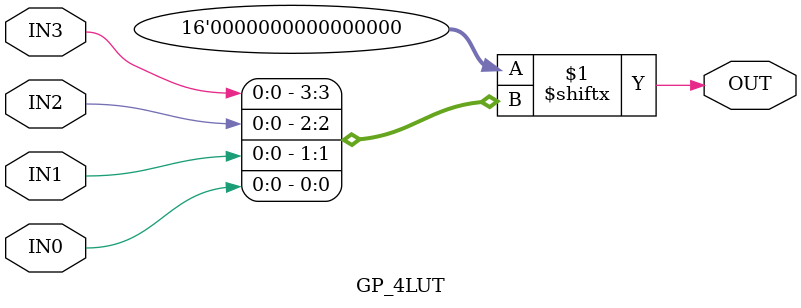
<source format=v>
module GP_DFF(input D, CLK, nRSTZ, nSETZ, output reg Q);
	parameter [0:0] INIT = 1'bx;
	initial Q = INIT;
	always @(posedge CLK, negedge nRSTZ, negedge nSETZ) begin
		if (!nRSTZ)
			Q <= 1'b0;
		else if (!nSETZ)
			Q <= 1'b1;
		else
			Q <= D;
	end
endmodule

module GP_2LUT(input IN0, IN1, output OUT);
	parameter [3:0] INIT = 0;
	assign OUT = INIT[{IN1, IN0}];
endmodule

module GP_3LUT(input IN0, IN1, IN2, output OUT);
	parameter [7:0] INIT = 0;
	assign OUT = INIT[{IN2, IN1, IN0}];
endmodule

module GP_4LUT(input IN0, IN1, IN2, IN3, output OUT);
	parameter [15:0] INIT = 0;
	assign OUT = INIT[{IN3, IN2, IN1, IN0}];
endmodule

</source>
